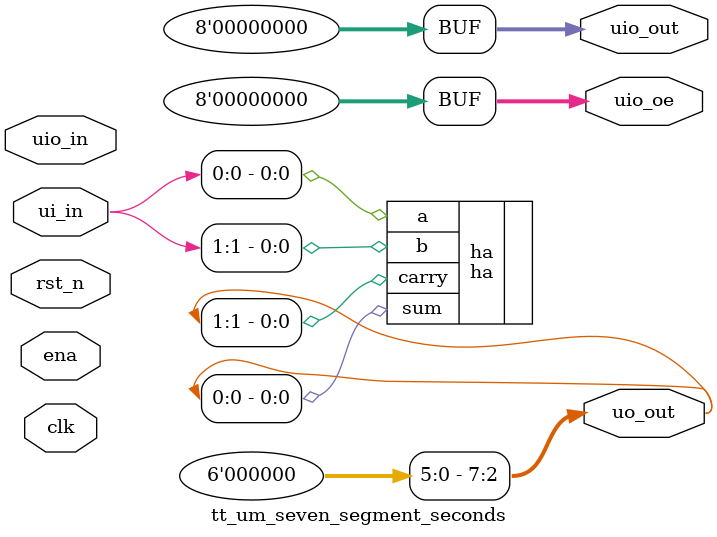
<source format=v>
`default_nettype none

module tt_um_seven_segment_seconds #( parameter MAX_COUNT = 24'd10_000_000 ) (
    input  wire [7:0] ui_in,    // Dedicated inputs - connected to the input switches
    output wire [7:0] uo_out,   // Dedicated outputs - connected to the 7 segment display
    input  wire [7:0] uio_in,   // IOs: Bidirectional Input path
    output wire [7:0] uio_out,  // IOs: Bidirectional Output path
    output wire [7:0] uio_oe,   // IOs: Bidirectional Enable path (active high: 0=input, 1=output)
    input  wire       ena,      // will go high when the design is enabled
    input  wire       clk,      // clock
    input  wire       rst_n     // reset_n - low to reset
);

   assign uio_out = 8'h00;
 assign uio_oe = 8'h00;
    assign uo_out[7:2]=4'b0000;

ha ha (
    .a(ui_in[0]),
    .b(ui_in[1]),
    .sum(uo_out[0]),
    .carry(uo_out[1])
);
endmodule

</source>
